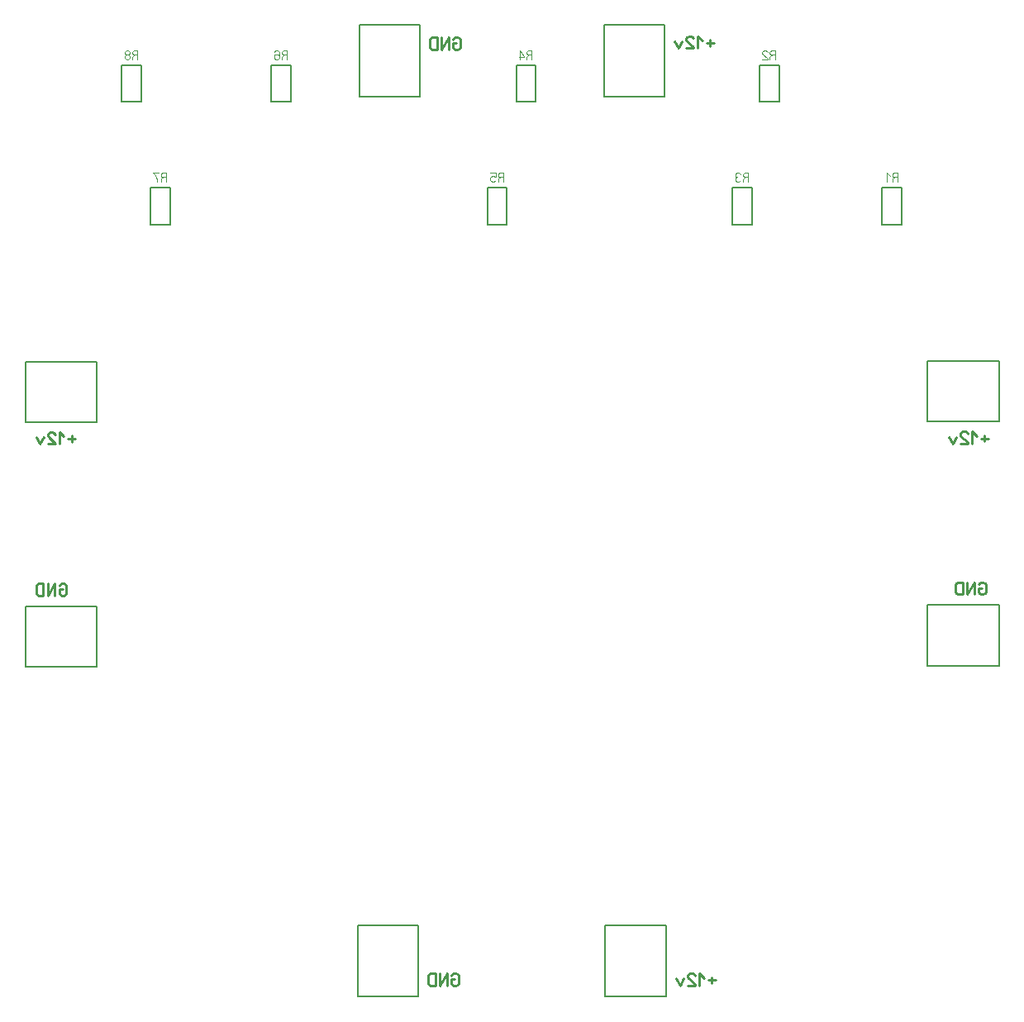
<source format=gbr>
%FSLAX34Y34*%
%MOMM*%
%LNSILK_BOTTOM*%
G71*
G01*
%ADD10C,0.150*%
%ADD11C,0.111*%
%ADD12C,0.222*%
%ADD13C,0.200*%
%LPD*%
G54D10*
X271937Y917254D02*
X251937Y917254D01*
X251937Y955254D01*
X271937Y955254D01*
X271937Y917254D01*
G54D11*
X265224Y965675D02*
X263224Y964564D01*
X262557Y963453D01*
X262557Y961231D01*
G54D11*
X267890Y961231D02*
X267890Y970120D01*
X264557Y970120D01*
X263224Y969564D01*
X262557Y968453D01*
X262557Y967342D01*
X263224Y966231D01*
X264557Y965675D01*
X267890Y965675D01*
G54D11*
X254780Y968453D02*
X255446Y969564D01*
X256780Y970120D01*
X258113Y970120D01*
X259446Y969564D01*
X260113Y968453D01*
X260113Y965675D01*
X260113Y965120D01*
X258113Y966231D01*
X256780Y966231D01*
X255446Y965675D01*
X254780Y964564D01*
X254780Y962898D01*
X255446Y961786D01*
X256780Y961231D01*
X258113Y961231D01*
X259446Y961786D01*
X260113Y962898D01*
X260113Y965675D01*
G54D12*
X986234Y572578D02*
X978767Y572578D01*
G54D12*
X982501Y575690D02*
X982501Y569467D01*
G54D12*
X974411Y574912D02*
X969744Y579578D01*
X969744Y567134D01*
G54D12*
X957921Y567134D02*
X965388Y567134D01*
X965388Y567912D01*
X964455Y569467D01*
X958855Y574134D01*
X957921Y575690D01*
X957921Y577245D01*
X958855Y578801D01*
X960721Y579578D01*
X962588Y579578D01*
X964455Y578801D01*
X965388Y577245D01*
G54D12*
X953565Y574134D02*
X949832Y567134D01*
X946098Y574134D01*
G54D12*
X705246Y977788D02*
X697780Y977788D01*
G54D12*
X701513Y980899D02*
X701513Y974677D01*
G54D12*
X693423Y980121D02*
X688757Y984788D01*
X688757Y972343D01*
G54D12*
X676934Y972343D02*
X684400Y972343D01*
X684400Y973121D01*
X683467Y974677D01*
X677867Y979343D01*
X676934Y980899D01*
X676934Y982454D01*
X677867Y984010D01*
X679734Y984788D01*
X681600Y984788D01*
X683467Y984010D01*
X684400Y982454D01*
G54D12*
X672577Y979343D02*
X668844Y972343D01*
X665111Y979343D01*
G54D12*
X51196Y572182D02*
X43730Y572182D01*
G54D12*
X47463Y575293D02*
X47463Y569070D01*
G54D12*
X39373Y574515D02*
X34707Y579182D01*
X34707Y566737D01*
G54D12*
X22884Y566737D02*
X30350Y566737D01*
X30350Y567515D01*
X29417Y569070D01*
X23817Y573737D01*
X22884Y575293D01*
X22884Y576848D01*
X23817Y578404D01*
X25684Y579182D01*
X27550Y579182D01*
X29417Y578404D01*
X30350Y576848D01*
G54D12*
X18527Y573737D02*
X14794Y566737D01*
X11061Y573737D01*
G54D12*
X706834Y17350D02*
X699367Y17350D01*
G54D12*
X703101Y20461D02*
X703101Y14239D01*
G54D12*
X695011Y19684D02*
X690344Y24350D01*
X690344Y11906D01*
G54D12*
X678521Y11906D02*
X685988Y11906D01*
X685988Y12684D01*
X685055Y14239D01*
X679455Y18906D01*
X678521Y20461D01*
X678521Y22017D01*
X679455Y23573D01*
X681321Y24350D01*
X683188Y24350D01*
X685055Y23573D01*
X685988Y22017D01*
G54D12*
X674165Y18906D02*
X670432Y11906D01*
X666698Y18906D01*
G54D12*
X439972Y18128D02*
X436239Y18128D01*
X436239Y14239D01*
X437172Y12684D01*
X439039Y11906D01*
X440906Y11906D01*
X442772Y12684D01*
X443706Y14239D01*
X443706Y22017D01*
X442772Y23573D01*
X440906Y24350D01*
X439039Y24350D01*
X437172Y23573D01*
X436239Y22017D01*
G54D12*
X431883Y11906D02*
X431883Y24350D01*
X424416Y11906D01*
X424416Y24350D01*
G54D12*
X420060Y11906D02*
X420060Y24350D01*
X415393Y24350D01*
X413526Y23573D01*
X412593Y22017D01*
X412593Y14239D01*
X413526Y12684D01*
X415393Y11906D01*
X420060Y11906D01*
G54D12*
X38335Y417781D02*
X34602Y417781D01*
X34602Y413892D01*
X35535Y412337D01*
X37402Y411559D01*
X39268Y411559D01*
X41135Y412337D01*
X42068Y413892D01*
X42068Y421670D01*
X41135Y423226D01*
X39268Y424003D01*
X37402Y424003D01*
X35535Y423226D01*
X34602Y421670D01*
G54D12*
X30245Y411559D02*
X30245Y424003D01*
X22779Y411559D01*
X22779Y424003D01*
G54D12*
X18422Y411559D02*
X18422Y424003D01*
X13756Y424003D01*
X11889Y423226D01*
X10956Y421670D01*
X10956Y413892D01*
X11889Y412337D01*
X13756Y411559D01*
X18422Y411559D01*
G54D12*
X441560Y977375D02*
X437827Y977375D01*
X437827Y973486D01*
X438760Y971931D01*
X440627Y971153D01*
X442493Y971153D01*
X444360Y971931D01*
X445293Y973486D01*
X445293Y981264D01*
X444360Y982819D01*
X442493Y983597D01*
X440627Y983597D01*
X438760Y982819D01*
X437827Y981264D01*
G54D12*
X433470Y971153D02*
X433470Y983597D01*
X426004Y971153D01*
X426004Y983597D01*
G54D12*
X421647Y971153D02*
X421647Y983597D01*
X416981Y983597D01*
X415114Y982819D01*
X414181Y981264D01*
X414181Y973486D01*
X415114Y971931D01*
X416981Y971153D01*
X421647Y971153D01*
G54D12*
X980119Y418972D02*
X976386Y418972D01*
X976386Y415083D01*
X977319Y413527D01*
X979186Y412750D01*
X981053Y412750D01*
X982919Y413527D01*
X983853Y415083D01*
X983853Y422861D01*
X982919Y424416D01*
X981053Y425194D01*
X979186Y425194D01*
X977319Y424416D01*
X976386Y422861D01*
G54D12*
X972030Y412750D02*
X972030Y425194D01*
X964563Y412750D01*
X964563Y425194D01*
G54D12*
X960207Y412750D02*
X960207Y425194D01*
X955540Y425194D01*
X953673Y424416D01*
X952740Y422861D01*
X952740Y415083D01*
X953673Y413527D01*
X955540Y412750D01*
X960207Y412750D01*
G54D13*
X592534Y996156D02*
X654446Y996156D01*
X654446Y922734D01*
X592534Y922734D01*
X592534Y996156D01*
G54D13*
X342106Y996156D02*
X404018Y996156D01*
X404018Y922734D01*
X342106Y922734D01*
X342106Y996156D01*
G54D13*
X340915Y73818D02*
X402828Y73818D01*
X402828Y396D01*
X340915Y396D01*
X340915Y73818D01*
G54D13*
X594121Y73818D02*
X656034Y73818D01*
X656034Y396D01*
X594121Y396D01*
X594121Y73818D01*
G54D13*
X997346Y401637D02*
X997346Y339725D01*
X923925Y339725D01*
X923925Y401637D01*
X997346Y401637D01*
G54D13*
X997346Y652066D02*
X997346Y590153D01*
X923925Y590153D01*
X923925Y652066D01*
X997346Y652066D01*
G54D13*
X73422Y400447D02*
X73422Y338534D01*
X0Y338534D01*
X0Y400447D01*
X73422Y400447D01*
G54D13*
X73422Y650875D02*
X73422Y588962D01*
X0Y588962D01*
X0Y650875D01*
X73422Y650875D01*
G54D10*
X522762Y917254D02*
X502762Y917254D01*
X502762Y955254D01*
X522762Y955254D01*
X522762Y917254D01*
G54D11*
X516048Y965675D02*
X514048Y964564D01*
X513382Y963453D01*
X513382Y961231D01*
G54D11*
X518715Y961231D02*
X518715Y970120D01*
X515382Y970120D01*
X514048Y969564D01*
X513382Y968453D01*
X513382Y967342D01*
X514048Y966231D01*
X515382Y965675D01*
X518715Y965675D01*
G54D11*
X506938Y961231D02*
X506938Y970120D01*
X510938Y964564D01*
X510938Y963453D01*
X505605Y963453D01*
G54D10*
X772000Y917254D02*
X752000Y917254D01*
X752000Y955254D01*
X772000Y955254D01*
X772000Y917254D01*
G54D11*
X765286Y965675D02*
X763286Y964564D01*
X762619Y963453D01*
X762619Y961231D01*
G54D11*
X767953Y961231D02*
X767953Y970120D01*
X764619Y970120D01*
X763286Y969564D01*
X762619Y968453D01*
X762619Y967342D01*
X763286Y966231D01*
X764619Y965675D01*
X767953Y965675D01*
G54D11*
X754842Y961231D02*
X760176Y961231D01*
X760176Y961786D01*
X759509Y962898D01*
X755509Y966231D01*
X754842Y967342D01*
X754842Y968453D01*
X755509Y969564D01*
X756842Y970120D01*
X758176Y970120D01*
X759509Y969564D01*
X760176Y968453D01*
G54D10*
X897412Y791841D02*
X877412Y791841D01*
X877412Y829841D01*
X897412Y829841D01*
X897412Y791841D01*
G54D11*
X890698Y840263D02*
X888698Y839152D01*
X888032Y838041D01*
X888032Y835818D01*
G54D11*
X893365Y835818D02*
X893365Y844707D01*
X890032Y844707D01*
X888698Y844152D01*
X888032Y843041D01*
X888032Y841929D01*
X888698Y840818D01*
X890032Y840263D01*
X893365Y840263D01*
G54D11*
X885588Y841374D02*
X882255Y844707D01*
X882255Y835818D01*
G54D10*
X148112Y791841D02*
X128112Y791841D01*
X128112Y829841D01*
X148112Y829841D01*
X148112Y791841D01*
G54D11*
X141398Y840263D02*
X139398Y839152D01*
X138732Y838041D01*
X138732Y835818D01*
G54D11*
X144065Y835818D02*
X144065Y844707D01*
X140732Y844707D01*
X139398Y844152D01*
X138732Y843041D01*
X138732Y841929D01*
X139398Y840818D01*
X140732Y840263D01*
X144065Y840263D01*
G54D11*
X136288Y844707D02*
X130955Y844707D01*
X131621Y843596D01*
X132955Y841929D01*
X134288Y839707D01*
X134955Y838041D01*
X134955Y835818D01*
G54D10*
X98743Y917254D02*
X118743Y917254D01*
X118743Y955254D01*
X98743Y955254D01*
X98743Y917254D01*
G54D11*
X112228Y965675D02*
X110228Y964564D01*
X109561Y963453D01*
X109561Y961231D01*
G54D11*
X114895Y961231D02*
X114895Y970120D01*
X111561Y970120D01*
X110228Y969564D01*
X109561Y968453D01*
X109561Y967342D01*
X110228Y966231D01*
X111561Y965675D01*
X114895Y965675D01*
G54D11*
X103784Y965675D02*
X105118Y965675D01*
X106451Y966231D01*
X107118Y967342D01*
X107118Y968453D01*
X106451Y969564D01*
X105118Y970120D01*
X103784Y970120D01*
X102451Y969564D01*
X101784Y968453D01*
X101784Y967342D01*
X102451Y966231D01*
X103784Y965675D01*
X102451Y965120D01*
X101784Y964009D01*
X101784Y962898D01*
X102451Y961786D01*
X103784Y961231D01*
X105118Y961231D01*
X106451Y961786D01*
X107118Y962898D01*
X107118Y964009D01*
X106451Y965120D01*
X105118Y965675D01*
G54D10*
X473393Y791841D02*
X493393Y791841D01*
X493393Y829841D01*
X473393Y829841D01*
X473393Y791841D01*
G54D11*
X486878Y840263D02*
X484878Y839152D01*
X484211Y838041D01*
X484211Y835818D01*
G54D11*
X489545Y835818D02*
X489545Y844707D01*
X486211Y844707D01*
X484878Y844152D01*
X484211Y843041D01*
X484211Y841929D01*
X484878Y840818D01*
X486211Y840263D01*
X489545Y840263D01*
G54D11*
X476434Y844707D02*
X481768Y844707D01*
X481768Y840818D01*
X481101Y840818D01*
X479768Y841374D01*
X478434Y841374D01*
X477101Y840818D01*
X476434Y839707D01*
X476434Y837485D01*
X477101Y836374D01*
X478434Y835818D01*
X479768Y835818D01*
X481101Y836374D01*
X481768Y837485D01*
G54D10*
X724218Y791841D02*
X744218Y791841D01*
X744218Y829841D01*
X724218Y829841D01*
X724218Y791841D01*
G54D11*
X737703Y840263D02*
X735703Y839152D01*
X735036Y838041D01*
X735036Y835818D01*
G54D11*
X740370Y835818D02*
X740370Y844707D01*
X737036Y844707D01*
X735703Y844152D01*
X735036Y843041D01*
X735036Y841929D01*
X735703Y840818D01*
X737036Y840263D01*
X740370Y840263D01*
G54D11*
X732593Y843041D02*
X731926Y844152D01*
X730593Y844707D01*
X729259Y844707D01*
X727926Y844152D01*
X727259Y843041D01*
X727259Y841929D01*
X727926Y840818D01*
X729259Y840263D01*
X727926Y839707D01*
X727259Y838596D01*
X727259Y837485D01*
X727926Y836374D01*
X729259Y835818D01*
X730593Y835818D01*
X731926Y836374D01*
X732593Y837485D01*
M02*

</source>
